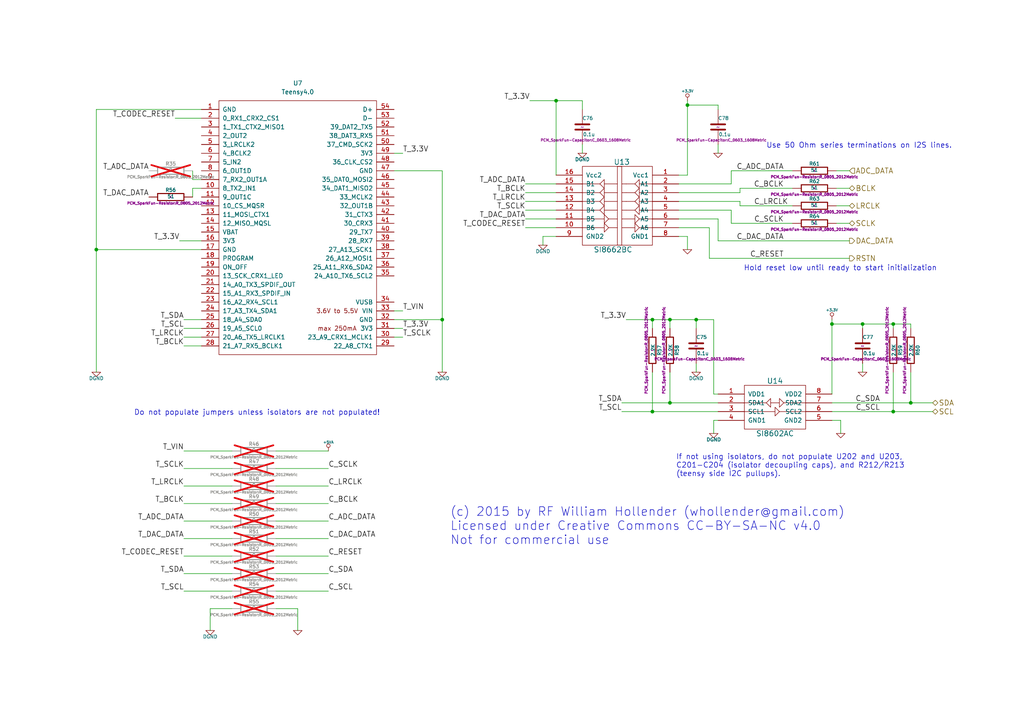
<source format=kicad_sch>
(kicad_sch (version 20250114) (generator "eeschema") (generator_version "9.0")
  (paper "A4")
  (title_block (title "24 bit audio board for Teensy 3.x") (date "10 may 2015") (rev "0.1a") (company "RF William Hollender"))
  (text "Do not populate jumpers unless isolators are not populated!" (at 38.862 120.65 0) (effects (font (size 1.524 1.524)) (justify left bottom)))
  (text "(c) 2015 by RF William Hollender (whollender@gmail.com)\nLicensed under Creative Commons CC-BY-SA-NC v4.0\nNot for commercial use" (at 130.556 158.242 0) (effects (font (size 2.54 2.54)) (justify left bottom)))
  (text "If not using isolators, do not populate U202 and U203,\nC201-C204 (isolator decoupling caps), and R212/R213\n(teensy side I2C pullups)." (at 196.088 138.43 0) (effects (font (size 1.524 1.524)) (justify left bottom)))
  (text "Use 50 Ohm series terminations on I2S lines." (at 222.25 43.18 0) (effects (font (size 1.524 1.524)) (justify left bottom)))
  (text " Hold reset low until ready to start initialization" (at 271.78 78.74 0) (effects (font (size 1.524 1.524)) (justify right bottom)))
  (junction (at 194.31 116.84))
  (junction (at 250.19 93.98))
  (junction (at 201.93 92.71))
  (junction (at 189.23 119.38))
  (junction (at 259.08 119.38))
  (junction (at 128.27 92.71))
  (junction (at 161.29 29.21))
  (junction (at 264.16 116.84))
  (junction (at 27.94 72.39))
  (junction (at 241.3 93.98))
  (junction (at 194.31 92.71))
  (junction (at 189.23 92.71))
  (junction (at 259.08 93.98))
  (junction (at 199.39 30.48))
  (wire (pts (xy 53.34 171.45) (xy 67.31 171.45)))
  (wire (pts (xy 259.08 93.98) (xy 264.16 93.98)))
  (wire (pts (xy 199.39 50.8) (xy 196.85 50.8)))
  (wire (pts (xy 241.3 92.71) (xy 241.3 93.98)))
  (wire (pts (xy 189.23 119.38) (xy 208.28 119.38)))
  (wire (pts (xy 194.31 116.84) (xy 208.28 116.84)))
  (wire (pts (xy 60.96 176.53) (xy 67.31 176.53)))
  (wire (pts (xy 67.31 130.81) (xy 53.34 130.81)))
  (wire (pts (xy 194.31 107.95) (xy 194.31 116.84)))
  (wire (pts (xy 53.34 166.37) (xy 67.31 166.37)))
  (wire (pts (xy 95.25 156.21) (xy 80.01 156.21)))
  (wire (pts (xy 241.3 93.98) (xy 241.3 114.3)))
  (wire (pts (xy 53.34 156.21) (xy 67.31 156.21)))
  (wire (pts (xy 208.28 41.91) (xy 208.28 44.45)))
  (wire (pts (xy 55.88 57.15) (xy 55.88 54.61)))
  (wire (pts (xy 114.3 44.45) (xy 116.84 44.45)))
  (wire (pts (xy 55.88 49.53) (xy 55.88 52.07)))
  (wire (pts (xy 243.84 121.92) (xy 243.84 125.73)))
  (wire (pts (xy 212.09 64.77) (xy 212.09 60.96)))
  (wire (pts (xy 208.28 31.75) (xy 208.28 30.48)))
  (wire (pts (xy 199.39 29.21) (xy 199.39 30.48)))
  (wire (pts (xy 53.34 146.05) (xy 67.31 146.05)))
  (wire (pts (xy 242.57 59.69) (xy 246.38 59.69)))
  (wire (pts (xy 208.28 121.92) (xy 207.01 121.92)))
  (wire (pts (xy 214.63 54.61) (xy 214.63 55.88)))
  (wire (pts (xy 214.63 55.88) (xy 196.85 55.88)))
  (wire (pts (xy 86.36 176.53) (xy 86.36 182.88)))
  (wire (pts (xy 201.93 105.41) (xy 201.93 107.95)))
  (wire (pts (xy 189.23 92.71) (xy 181.61 92.71)))
  (wire (pts (xy 246.38 74.93) (xy 205.74 74.93)))
  (wire (pts (xy 58.42 97.79) (xy 53.34 97.79)))
  (wire (pts (xy 246.38 69.85) (xy 208.28 69.85)))
  (wire (pts (xy 161.29 63.5) (xy 152.4 63.5)))
  (wire (pts (xy 95.25 166.37) (xy 80.01 166.37)))
  (wire (pts (xy 161.29 68.58) (xy 157.48 68.58)))
  (wire (pts (xy 27.94 72.39) (xy 58.42 72.39)))
  (wire (pts (xy 114.3 97.79) (xy 116.84 97.79)))
  (wire (pts (xy 201.93 92.71) (xy 194.31 92.71)))
  (wire (pts (xy 264.16 116.84) (xy 270.51 116.84)))
  (wire (pts (xy 58.42 31.75) (xy 27.94 31.75)))
  (wire (pts (xy 246.38 64.77) (xy 242.57 64.77)))
  (wire (pts (xy 229.87 59.69) (xy 214.63 59.69)))
  (wire (pts (xy 259.08 119.38) (xy 270.51 119.38)))
  (wire (pts (xy 161.29 58.42) (xy 152.4 58.42)))
  (wire (pts (xy 199.39 30.48) (xy 199.39 50.8)))
  (wire (pts (xy 212.09 49.53) (xy 212.09 53.34)))
  (wire (pts (xy 180.34 116.84) (xy 194.31 116.84)))
  (wire (pts (xy 114.3 90.17) (xy 116.84 90.17)))
  (wire (pts (xy 194.31 92.71) (xy 189.23 92.71)))
  (wire (pts (xy 214.63 58.42) (xy 196.85 58.42)))
  (wire (pts (xy 161.29 66.04) (xy 152.4 66.04)))
  (wire (pts (xy 207.01 92.71) (xy 201.93 92.71)))
  (wire (pts (xy 250.19 95.25) (xy 250.19 93.98)))
  (wire (pts (xy 241.3 121.92) (xy 243.84 121.92)))
  (wire (pts (xy 128.27 92.71) (xy 128.27 49.53)))
  (wire (pts (xy 53.34 95.25) (xy 58.42 95.25)))
  (wire (pts (xy 207.01 114.3) (xy 207.01 92.71)))
  (wire (pts (xy 229.87 49.53) (xy 212.09 49.53)))
  (wire (pts (xy 52.07 69.85) (xy 58.42 69.85)))
  (wire (pts (xy 241.3 119.38) (xy 259.08 119.38)))
  (wire (pts (xy 153.67 29.21) (xy 161.29 29.21)))
  (wire (pts (xy 194.31 95.25) (xy 194.31 92.71)))
  (wire (pts (xy 208.28 63.5) (xy 196.85 63.5)))
  (wire (pts (xy 53.34 135.89) (xy 67.31 135.89)))
  (wire (pts (xy 80.01 151.13) (xy 95.25 151.13)))
  (wire (pts (xy 264.16 107.95) (xy 264.16 116.84)))
  (wire (pts (xy 229.87 64.77) (xy 212.09 64.77)))
  (wire (pts (xy 157.48 68.58) (xy 157.48 71.12)))
  (wire (pts (xy 264.16 93.98) (xy 264.16 95.25)))
  (wire (pts (xy 168.91 41.91) (xy 168.91 44.45)))
  (wire (pts (xy 208.28 114.3) (xy 207.01 114.3)))
  (wire (pts (xy 196.85 68.58) (xy 199.39 68.58)))
  (wire (pts (xy 250.19 105.41) (xy 250.19 107.95)))
  (wire (pts (xy 95.25 140.97) (xy 80.01 140.97)))
  (wire (pts (xy 80.01 135.89) (xy 95.25 135.89)))
  (wire (pts (xy 259.08 95.25) (xy 259.08 93.98)))
  (wire (pts (xy 250.19 93.98) (xy 259.08 93.98)))
  (wire (pts (xy 161.29 60.96) (xy 152.4 60.96)))
  (wire (pts (xy 212.09 53.34) (xy 196.85 53.34)))
  (wire (pts (xy 55.88 54.61) (xy 58.42 54.61)))
  (wire (pts (xy 128.27 107.95) (xy 128.27 92.71)))
  (wire (pts (xy 205.74 66.04) (xy 196.85 66.04)))
  (wire (pts (xy 114.3 95.25) (xy 116.84 95.25)))
  (wire (pts (xy 201.93 92.71) (xy 201.93 95.25)))
  (wire (pts (xy 58.42 100.33) (xy 53.34 100.33)))
  (wire (pts (xy 241.3 116.84) (xy 264.16 116.84)))
  (wire (pts (xy 161.29 55.88) (xy 152.4 55.88)))
  (wire (pts (xy 53.34 151.13) (xy 67.31 151.13)))
  (wire (pts (xy 208.28 69.85) (xy 208.28 63.5)))
  (wire (pts (xy 27.94 107.95) (xy 27.94 72.39)))
  (wire (pts (xy 207.01 121.92) (xy 207.01 125.73)))
  (wire (pts (xy 128.27 92.71) (xy 114.3 92.71)))
  (wire (pts (xy 53.34 92.71) (xy 58.42 92.71)))
  (wire (pts (xy 80.01 130.81) (xy 95.25 130.81)))
  (wire (pts (xy 205.74 74.93) (xy 205.74 66.04)))
  (wire (pts (xy 168.91 29.21) (xy 168.91 31.75)))
  (wire (pts (xy 161.29 53.34) (xy 152.4 53.34)))
  (wire (pts (xy 53.34 140.97) (xy 67.31 140.97)))
  (wire (pts (xy 55.88 52.07) (xy 58.42 52.07)))
  (wire (pts (xy 53.34 161.29) (xy 67.31 161.29)))
  (wire (pts (xy 180.34 119.38) (xy 189.23 119.38)))
  (wire (pts (xy 60.96 182.88) (xy 60.96 176.53)))
  (wire (pts (xy 128.27 49.53) (xy 114.3 49.53)))
  (wire (pts (xy 80.01 171.45) (xy 95.25 171.45)))
  (wire (pts (xy 208.28 30.48) (xy 199.39 30.48)))
  (wire (pts (xy 27.94 31.75) (xy 27.94 72.39)))
  (wire (pts (xy 80.01 176.53) (xy 86.36 176.53)))
  (wire (pts (xy 161.29 29.21) (xy 168.91 29.21)))
  (wire (pts (xy 242.57 49.53) (xy 246.38 49.53)))
  (wire (pts (xy 80.01 161.29) (xy 95.25 161.29)))
  (wire (pts (xy 199.39 68.58) (xy 199.39 72.39)))
  (wire (pts (xy 214.63 54.61) (xy 229.87 54.61)))
  (wire (pts (xy 214.63 59.69) (xy 214.63 58.42)))
  (wire (pts (xy 212.09 60.96) (xy 196.85 60.96)))
  (wire (pts (xy 161.29 29.21) (xy 161.29 50.8)))
  (wire (pts (xy 80.01 146.05) (xy 95.25 146.05)))
  (wire (pts (xy 50.8 34.29) (xy 58.42 34.29)))
  (wire (pts (xy 189.23 107.95) (xy 189.23 119.38)))
  (wire (pts (xy 241.3 93.98) (xy 250.19 93.98)))
  (wire (pts (xy 189.23 92.71) (xy 189.23 95.25)))
  (wire (pts (xy 259.08 107.95) (xy 259.08 119.38)))
  (wire (pts (xy 242.57 54.61) (xy 246.38 54.61)))
  (label "T_LRCLK" (at 53.34 140.97 180) (effects (font (size 1.524 1.524))))
  (label "T_BCLK" (at 53.34 100.33 180) (effects (font (size 1.524 1.524))))
  (label "T_DAC_DATA" (at 53.34 156.21 180) (effects (font (size 1.524 1.524))))
  (label "T_SCLK" (at 152.4 60.96 180) (effects (font (size 1.524 1.524))))
  (label "T_ADC_DATA" (at 43.18 49.53 180) (effects (font (size 1.524 1.524))))
  (label "T_LRCLK" (at 152.4 58.42 180) (effects (font (size 1.524 1.524))))
  (label "C_SDA" (at 255.27 116.84 180) (effects (font (size 1.524 1.524))))
  (label "T_3.3V" (at 116.84 44.45 0) (effects (font (size 1.524 1.524))))
  (label "T_BCLK" (at 152.4 55.88 180) (effects (font (size 1.524 1.524))))
  (label "T_CODEC_RESET" (at 53.34 161.29 180) (effects (font (size 1.524 1.524))))
  (label "T_3.3V" (at 116.84 95.25 0) (effects (font (size 1.524 1.524))))
  (label "T_3.3V" (at 153.67 29.21 180) (effects (font (size 1.524 1.524))))
  (label "T_SDA" (at 180.34 116.84 180) (effects (font (size 1.524 1.524))))
  (label "T_ADC_DATA" (at 152.4 53.34 180) (effects (font (size 1.524 1.524))))
  (label "C_LRCLK" (at 228.6 59.69 180) (effects (font (size 1.524 1.524))))
  (label "T_DAC_DATA" (at 152.4 63.5 180) (effects (font (size 1.524 1.524))))
  (label "C_DAC_DATA" (at 227.33 69.85 180) (effects (font (size 1.524 1.524))))
  (label "T_SCL" (at 180.34 119.38 180) (effects (font (size 1.524 1.524))))
  (label "T_ADC_DATA" (at 53.34 151.13 180) (effects (font (size 1.524 1.524))))
  (label "C_SCL" (at 95.25 171.45 0) (effects (font (size 1.524 1.524))))
  (label "C_BCLK" (at 95.25 146.05 0) (effects (font (size 1.524 1.524))))
  (label "C_ADC_DATA" (at 95.25 151.13 0) (effects (font (size 1.524 1.524))))
  (label "T_SCLK" (at 116.84 97.79 0) (effects (font (size 1.524 1.524))))
  (label "C_SDA" (at 95.25 166.37 0) (effects (font (size 1.524 1.524))))
  (label "T_SCL" (at 53.34 95.25 180) (effects (font (size 1.524 1.524))))
  (label "T_CODEC_RESET" (at 50.8 34.29 180) (effects (font (size 1.524 1.524))))
  (label "T_VIN" (at 116.84 90.17 0) (effects (font (size 1.524 1.524))))
  (label "C_RESET" (at 95.25 161.29 0) (effects (font (size 1.524 1.524))))
  (label "T_3.3V" (at 181.61 92.71 180) (effects (font (size 1.524 1.524))))
  (label "C_RESET" (at 227.33 74.93 180) (effects (font (size 1.524 1.524))))
  (label "C_SCL" (at 255.27 119.38 180) (effects (font (size 1.524 1.524))))
  (label "T_VIN" (at 53.34 130.81 180) (effects (font (size 1.524 1.524))))
  (label "T_BCLK" (at 53.34 146.05 180) (effects (font (size 1.524 1.524))))
  (label "C_SCLK" (at 95.25 135.89 0) (effects (font (size 1.524 1.524))))
  (label "C_ADC_DATA" (at 227.33 49.53 180) (effects (font (size 1.524 1.524))))
  (label "T_3.3V" (at 52.07 69.85 180) (effects (font (size 1.524 1.524))))
  (label "C_DAC_DATA" (at 95.25 156.21 0) (effects (font (size 1.524 1.524))))
  (label "T_CODEC_RESET" (at 152.4 66.04 180) (effects (font (size 1.524 1.524))))
  (label "C_BCLK" (at 227.33 54.61 180) (effects (font (size 1.524 1.524))))
  (label "T_SCLK" (at 53.34 135.89 180) (effects (font (size 1.524 1.524))))
  (label "C_SCLK" (at 227.33 64.77 180) (effects (font (size 1.524 1.524))))
  (label "T_DAC_DATA" (at 43.18 57.15 180) (effects (font (size 1.524 1.524))))
  (label "C_LRCLK" (at 95.25 140.97 0) (effects (font (size 1.524 1.524))))
  (label "T_LRCLK" (at 53.34 97.79 180) (effects (font (size 1.524 1.524))))
  (label "T_SCL" (at 53.34 171.45 180) (effects (font (size 1.524 1.524))))
  (label "T_SDA" (at 53.34 166.37 180) (effects (font (size 1.524 1.524))))
  (label "T_SDA" (at 53.34 92.71 180) (effects (font (size 1.524 1.524))))
  (hierarchical_label "SCLK" (shape bidirectional) (at 246.38 64.77 0) (effects (font (size 1.524 1.524))))
  (hierarchical_label "DAC_DATA" (shape output) (at 246.38 69.85 0) (effects (font (size 1.524 1.524))))
  (hierarchical_label "ADC_DATA" (shape input) (at 246.38 49.53 0) (effects (font (size 1.524 1.524))))
  (hierarchical_label "SDA" (shape bidirectional) (at 270.51 116.84 0) (effects (font (size 1.524 1.524))))
  (hierarchical_label "SCL" (shape bidirectional) (at 270.51 119.38 0) (effects (font (size 1.524 1.524))))
  (hierarchical_label "RSTN" (shape output) (at 246.38 74.93 0) (effects (font (size 1.524 1.524))))
  (hierarchical_label "BCLK" (shape bidirectional) (at 246.38 54.61 0) (effects (font (size 1.524 1.524))))
  (hierarchical_label "LRCLK" (shape bidirectional) (at 246.38 59.69 0) (effects (font (size 1.524 1.524))))
  (symbol (lib_name "R_24") (lib_id "SuperAudioBoard-rescue:R") (at 236.22 64.77 90) (unit 1)
    (property "Reference" "R64" (at 236.22 62.738 90) (effects (font (size 1.016 1.016))))
    (property "Value" "51" (at 236.1946 64.5922 90) (effects (font (size 1.016 1.016))))
    (property "Footprint" "PCM_SparkFun-Resistor:R_0805_2012Metric" (at 236.22 66.548 90) (effects (font (size 0.762 0.762))))
    (property "Datasheet" "~" (at 236.22 64.77 0) (effects (font (size 0.762 0.762))))
    (property "MFG 1 Name" "Vishay Dale" (effects (hide yes)))
    (property "MFG1 PN" "CRCW080551R0JNEA" (effects (hide yes)))
    (property "MFG 2 Name" "Yageo" (effects (hide yes)))
    (property "MFG 2 PN" "RC0805JR-0751RL" (effects (hide yes)))
    (property "MFG 3 Name" "Bourns" (effects (hide yes)))
    (property "MFG 3 PN" "CR0805-JW-510ELF" (effects (hide yes)))
    (property "MPN" "RC0805FR-0751RL" (effects (hide yes)))
  )
  (symbol (lib_name "R_26") (lib_id "SuperAudioBoard-rescue:R") (at 189.23 101.6 0) (unit 1)
    (property "Reference" "R57" (at 191.262 101.6 90) (effects (font (size 1.016 1.016))))
    (property "Value" "2.2K" (at 189.4078 101.5746 90) (effects (font (size 1.016 1.016))))
    (property "Footprint" "PCM_SparkFun-Resistor:R_0805_2012Metric" (at 187.452 101.6 90) (effects (font (size 0.762 0.762))))
    (property "Datasheet" "~" (at 189.23 101.6 0) (effects (font (size 0.762 0.762))))
    (property "MFG 1 Name" "Yageo" (effects (hide yes)))
    (property "MFG1 PN" "RC0805JR-072K2L" (effects (hide yes)))
    (property "MFG 2 Name" "Vishay Dale" (effects (hide yes)))
    (property "MFG 2 PN" "CRCW08052K20JNEA" (effects (hide yes)))
    (property "MFG 3 Name" "Bourns" (effects (hide yes)))
    (property "MFG 3 PN" "CR0805-JW-222ELF" (effects (hide yes)))
    (property "MPN" "RC0805FR-072K2L" (effects (hide yes)))
  )
  (symbol (lib_name "R_25") (lib_id "SuperAudioBoard-rescue:R") (at 236.22 59.69 90) (unit 1)
    (property "Reference" "R63" (at 236.22 57.658 90) (effects (font (size 1.016 1.016))))
    (property "Value" "51" (at 236.1946 59.5122 90) (effects (font (size 1.016 1.016))))
    (property "Footprint" "PCM_SparkFun-Resistor:R_0805_2012Metric" (at 236.22 61.468 90) (effects (font (size 0.762 0.762))))
    (property "Datasheet" "~" (at 236.22 59.69 0) (effects (font (size 0.762 0.762))))
    (property "MFG 1 Name" "Vishay Dale" (effects (hide yes)))
    (property "MFG1 PN" "CRCW080551R0JNEA" (effects (hide yes)))
    (property "MFG 2 Name" "Yageo" (effects (hide yes)))
    (property "MFG 2 PN" "RC0805JR-0751RL" (effects (hide yes)))
    (property "MFG 3 Name" "Bourns" (effects (hide yes)))
    (property "MFG 3 PN" "CR0805-JW-510ELF" (effects (hide yes)))
    (property "MPN" "RC0805FR-0751RL" (effects (hide yes)))
  )
  (symbol (lib_name "R_21") (lib_id "SuperAudioBoard-rescue:R") (at 236.22 54.61 90) (unit 1)
    (property "Reference" "R62" (at 236.22 52.578 90) (effects (font (size 1.016 1.016))))
    (property "Value" "51" (at 236.1946 54.4322 90) (effects (font (size 1.016 1.016))))
    (property "Footprint" "PCM_SparkFun-Resistor:R_0805_2012Metric" (at 236.22 56.388 90) (effects (font (size 0.762 0.762))))
    (property "Datasheet" "~" (at 236.22 54.61 0) (effects (font (size 0.762 0.762))))
    (property "MFG 1 Name" "Vishay Dale" (effects (hide yes)))
    (property "MFG1 PN" "CRCW080551R0JNEA" (effects (hide yes)))
    (property "MFG 2 Name" "Yageo" (effects (hide yes)))
    (property "MFG 2 PN" "RC0805JR-0751RL" (effects (hide yes)))
    (property "MFG 3 Name" "Bourns" (effects (hide yes)))
    (property "MFG 3 PN" "CR0805-JW-510ELF" (effects (hide yes)))
    (property "MPN" "RC0805FR-0751RL" (effects (hide yes)))
  )
  (symbol (lib_name "R_20") (lib_id "SuperAudioBoard-rescue:R") (at 236.22 49.53 90) (unit 1)
    (property "Reference" "R61" (at 236.22 47.498 90) (effects (font (size 1.016 1.016))))
    (property "Value" "51" (at 236.1946 49.3522 90) (effects (font (size 1.016 1.016))))
    (property "Footprint" "PCM_SparkFun-Resistor:R_0805_2012Metric" (at 236.22 51.308 90) (effects (font (size 0.762 0.762))))
    (property "Datasheet" "~" (at 236.22 49.53 0) (effects (font (size 0.762 0.762))))
    (property "MFG 1 Name" "Vishay Dale" (effects (hide yes)))
    (property "MFG1 PN" "CRCW080551R0JNEA" (effects (hide yes)))
    (property "MFG 2 Name" "Yageo" (effects (hide yes)))
    (property "MFG 2 PN" "RC0805JR-0751RL" (effects (hide yes)))
    (property "MFG 3 Name" "Bourns" (effects (hide yes)))
    (property "MFG 3 PN" "CR0805-JW-510ELF" (effects (hide yes)))
    (property "MPN" "RC0805FR-0751RL" (effects (hide yes)))
  )
  (symbol (lib_name "R_28") (lib_id "SuperAudioBoard-rescue:R") (at 49.53 57.15 270) (mirror x) (unit 1)
    (property "Reference" "R56" (at 49.53 55.118 90) (effects (font (size 1.016 1.016))))
    (property "Value" "51" (at 49.5554 56.9722 90) (effects (font (size 1.016 1.016))))
    (property "Footprint" "PCM_SparkFun-Resistor:R_0805_2012Metric" (at 49.53 58.928 90) (effects (font (size 0.762 0.762))))
    (property "Datasheet" "~" (at 49.53 57.15 0) (effects (font (size 0.762 0.762))))
    (property "MFG 1 Name" "Vishay Dale" (effects (hide yes)))
    (property "MFG1 PN" "CRCW080551R0JNEA" (effects (hide yes)))
    (property "MFG 2 Name" "Yageo" (effects (hide yes)))
    (property "MFG 2 PN" "RC0805JR-0751RL" (effects (hide yes)))
    (property "MFG 3 Name" "Bourns" (effects (hide yes)))
    (property "MFG 3 PN" "CR0805-JW-510ELF" (effects (hide yes)))
    (property "MPN" "RC0805FR-0751RL" (effects (hide yes)))
  )
  (symbol (lib_name "R_27") (lib_id "SuperAudioBoard-rescue:R") (at 194.31 101.6 0) (unit 1)
    (property "Reference" "R58" (at 196.342 101.6 90) (effects (font (size 1.016 1.016))))
    (property "Value" "2.2K" (at 194.4878 101.5746 90) (effects (font (size 1.016 1.016))))
    (property "Footprint" "PCM_SparkFun-Resistor:R_0805_2012Metric" (at 192.532 101.6 90) (effects (font (size 0.762 0.762))))
    (property "Datasheet" "~" (at 194.31 101.6 0) (effects (font (size 0.762 0.762))))
    (property "MFG 1 Name" "Yageo" (effects (hide yes)))
    (property "MFG1 PN" "RC0805JR-072K2L" (effects (hide yes)))
    (property "MFG 2 Name" "Vishay Dale" (effects (hide yes)))
    (property "MFG 2 PN" "CRCW08052K20JNEA" (effects (hide yes)))
    (property "MFG 3 Name" "Bourns" (effects (hide yes)))
    (property "MFG 3 PN" "CR0805-JW-222ELF" (effects (hide yes)))
    (property "MPN" "RC0805FR-072K2L" (effects (hide yes)))
  )
  (symbol (lib_name "SI8662BC_2") (lib_id "SuperAudioBoard-rescue:SI8662BC") (at 179.07 59.69 0) (mirror y) (unit 1)
    (property "Reference" "U13" (at 180.34 46.99 0) (effects (font (size 1.524 1.524))))
    (property "Value" "SI8662BC" (at 177.8 72.39 0) (effects (font (size 1.524 1.524))))
    (property "Footprint" "Package_SO:SOIC-16W_7.5x10.3mm_P1.27mm" (effects (hide yes)))
    (property "MFG 1 Name" "Silicon Labs" (effects (hide yes)))
    (property "MFG1 PN" "SI8662BC" (effects (hide yes)))
    (property "MPN" "SI8662BC" (effects (hide yes)))
  )
  (symbol (lib_name "GND_10") (lib_id "SuperAudioBoard-rescue:GND") (at 199.39 72.39 0) (unit 1)
    (property "Reference" "#PWR089" (effects (hide yes)))
    (property "Value" "GND" (effects (hide yes)))
  )
  (symbol (lib_name "SI8602AC_2") (lib_id "SuperAudioBoard-rescue:SI8602AC") (at 227.33 128.27 0) (unit 1)
    (property "Reference" "U14" (at 224.79 110.49 0) (effects (font (size 1.524 1.524))))
    (property "Value" "SI8602AC" (at 224.79 125.73 0) (effects (font (size 1.524 1.524))))
    (property "Footprint" "Package_SO:SOIC-8_3.9x4.9mm_P1.27mm" (effects (hide yes)))
    (property "MFG 1 Name" "Silicon Labs" (effects (hide yes)))
    (property "MFG1 PN" "SI8602AC" (effects (hide yes)))
    (property "MPN" "SI8602AC" (effects (hide yes)))
  )
  (symbol (lib_name "GND_7") (lib_id "SuperAudioBoard-rescue:GND") (at 243.84 125.73 0) (unit 1)
    (property "Reference" "#PWR087" (effects (hide yes)))
    (property "Value" "GND" (effects (hide yes)))
  )
  (symbol (lib_name "+3.3V_4") (lib_id "SuperAudioBoard-rescue:+3.3V") (at 199.39 29.21 0) (unit 1)
    (property "Reference" "#PWR088" (effects (hide yes)))
    (property "Value" "+3.3V" (at 199.39 26.416 0) (effects (font (size 0.762 0.762))))
  )
  (symbol (lib_name "GND_9") (lib_id "SuperAudioBoard-rescue:GND") (at 208.28 44.45 0) (unit 1)
    (property "Reference" "#PWR091" (effects (hide yes)))
    (property "Value" "GND" (effects (hide yes)))
  )
  (symbol (lib_name "+3.3V_3") (lib_id "SuperAudioBoard-rescue:+3.3V") (at 241.3 92.71 0) (unit 1)
    (property "Reference" "#PWR086" (effects (hide yes)))
    (property "Value" "+3.3V" (at 241.3 89.916 0) (effects (font (size 0.762 0.762))))
  )
  (symbol (lib_name "GND_8") (lib_id "SuperAudioBoard-rescue:GND") (at 250.19 107.95 0) (unit 1)
    (property "Reference" "#PWR090" (effects (hide yes)))
    (property "Value" "GND" (effects (hide yes)))
  )
  (symbol (lib_name "R_23") (lib_id "SuperAudioBoard-rescue:R") (at 259.08 101.6 0) (unit 1)
    (property "Reference" "R59" (at 261.112 101.6 90) (effects (font (size 1.016 1.016))))
    (property "Value" "2.2K" (at 259.2578 101.5746 90) (effects (font (size 1.016 1.016))))
    (property "Footprint" "PCM_SparkFun-Resistor:R_0805_2012Metric" (at 257.302 101.6 90) (effects (font (size 0.762 0.762))))
    (property "Datasheet" "~" (at 259.08 101.6 0) (effects (font (size 0.762 0.762))))
    (property "MFG 1 Name" "Yageo" (effects (hide yes)))
    (property "MFG1 PN" "RC0805JR-072K2L" (effects (hide yes)))
    (property "MFG 2 Name" "Vishay Dale" (effects (hide yes)))
    (property "MFG 2 PN" "CRCW08052K20JNEA" (effects (hide yes)))
    (property "MFG 3 Name" "Bourns" (effects (hide yes)))
    (property "MFG 3 PN" "CR0805-JW-222ELF" (effects (hide yes)))
    (property "MPN" "RC0805FR-072K2L" (effects (hide yes)))
  )
  (symbol (lib_name "R_22") (lib_id "SuperAudioBoard-rescue:R") (at 264.16 101.6 0) (unit 1)
    (property "Reference" "R60" (at 266.192 101.6 90) (effects (font (size 1.016 1.016))))
    (property "Value" "2.2K" (at 264.3378 101.5746 90) (effects (font (size 1.016 1.016))))
    (property "Footprint" "PCM_SparkFun-Resistor:R_0805_2012Metric" (at 262.382 101.6 90) (effects (font (size 0.762 0.762))))
    (property "Datasheet" "~" (at 264.16 101.6 0) (effects (font (size 0.762 0.762))))
    (property "MFG 1 Name" "Yageo" (effects (hide yes)))
    (property "MFG1 PN" "RC0805JR-072K2L" (effects (hide yes)))
    (property "MFG 2 Name" "Vishay Dale" (effects (hide yes)))
    (property "MFG 2 PN" "CRCW08052K20JNEA" (effects (hide yes)))
    (property "MFG 3 Name" "Bourns" (effects (hide yes)))
    (property "MFG 3 PN" "CR0805-JW-222ELF" (effects (hide yes)))
    (property "MPN" "RC0805FR-072K2L" (effects (hide yes)))
  )
  (symbol (lib_name "DGND_9") (lib_id "SuperAudioBoard-rescue:DGND") (at 207.01 125.73 0) (unit 1)
    (property "Reference" "#PWR084" (effects (hide yes)))
    (property "Value" "DGND" (at 207.01 127.508 0) (effects (font (size 1.016 1.016))))
  )
  (symbol (lib_name "DGND_10") (lib_id "SuperAudioBoard-rescue:DGND") (at 157.48 71.12 0) (unit 1)
    (property "Reference" "#PWR083" (effects (hide yes)))
    (property "Value" "DGND" (at 157.48 72.898 0) (effects (font (size 1.016 1.016))))
  )
  (symbol (lib_name "DGND_12") (lib_id "SuperAudioBoard-rescue:DGND") (at 60.96 182.88 0) (unit 1)
    (property "Reference" "#PWR080" (effects (hide yes)))
    (property "Value" "DGND" (at 60.96 184.658 0) (effects (font (size 1.016 1.016))))
  )
  (symbol (lib_name "GND_6") (lib_id "SuperAudioBoard-rescue:GND") (at 86.36 182.88 0) (unit 1)
    (property "Reference" "#PWR081" (effects (hide yes)))
    (property "Value" "GND" (effects (hide yes)))
  )
  (symbol (lib_name "R_35") (lib_id "SuperAudioBoard-rescue:R") (at 73.66 176.53 90) (unit 1) (dnp yes)
    (property "Reference" "R55" (at 73.66 174.498 90) (effects (font (size 1.016 1.016))))
    (property "Value" "0" (at 73.6346 176.3522 90) (effects (font (size 1.016 1.016))))
    (property "Footprint" "PCM_SparkFun-Resistor:R_0805_2012Metric" (at 73.66 178.308 90) (effects (font (size 0.762 0.762))))
    (property "Datasheet" "~" (at 73.66 176.53 0) (effects (font (size 0.762 0.762))))
    (property "MFG 1 Name" "Yageo" (effects (hide yes)))
    (property "MFG1 PN" "RC0805JR-070RL" (effects (hide yes)))
    (property "MFG 2 Name" "Vishay Dale" (effects (hide yes)))
    (property "MFG 2 PN" "CRCW08050000Z0EA" (effects (hide yes)))
    (property "MFG 3 Name" "Rohm" (effects (hide yes)))
    (property "MFG 3 PN" "MCR10EZPJ000" (effects (hide yes)))
  )
  (symbol (lib_name "DGND_11") (lib_id "SuperAudioBoard-rescue:DGND") (at 168.91 44.45 0) (unit 1)
    (property "Reference" "#PWR085" (effects (hide yes)))
    (property "Value" "DGND" (at 168.91 46.228 0) (effects (font (size 1.016 1.016))))
  )
  (symbol (lib_name "C_5") (lib_id "SuperAudioBoard-rescue:C") (at 201.93 100.33 0) (unit 1)
    (property "Reference" "C75" (at 201.93 97.79 0) (effects (font (size 1.016 1.016)) (justify left)))
    (property "Value" "0.1u" (at 202.0824 102.489 0) (effects (font (size 1.016 1.016)) (justify left)))
    (property "Footprint" "PCM_SparkFun-Capacitor:C_0603_1608Metric" (at 202.8952 104.14 0) (effects (font (size 0.762 0.762))))
    (property "Datasheet" "~" (at 201.93 100.33 0) (effects (font (size 1.524 1.524))))
    (property "MFG 1 Name" "Murata" (effects (hide yes)))
    (property "MFG1 PN" "GRM188R71E104KA01" (effects (hide yes)))
    (property "MFG 2 Name" "TDK" (effects (hide yes)))
    (property "MFG 2 PN" "C1608X7R1E104K080AA" (effects (hide yes)))
    (property "MPN" "CL10B104KB8NNNL" (effects (hide yes)))
  )
  (symbol (lib_name "C_6") (lib_id "SuperAudioBoard-rescue:C") (at 250.19 100.33 0) (unit 1)
    (property "Reference" "C77" (at 250.19 97.79 0) (effects (font (size 1.016 1.016)) (justify left)))
    (property "Value" "0.1u" (at 250.3424 102.489 0) (effects (font (size 1.016 1.016)) (justify left)))
    (property "Footprint" "PCM_SparkFun-Capacitor:C_0603_1608Metric" (at 251.1552 104.14 0) (effects (font (size 0.762 0.762))))
    (property "Datasheet" "~" (at 250.19 100.33 0) (effects (font (size 1.524 1.524))))
    (property "MFG 1 Name" "Murata" (effects (hide yes)))
    (property "MFG1 PN" "GRM188R71E104KA01" (effects (hide yes)))
    (property "MFG 2 Name" "TDK" (effects (hide yes)))
    (property "MFG 2 PN" "C1608X7R1E104K080AA" (effects (hide yes)))
    (property "MPN" "CL10B104KB8NNNL" (effects (hide yes)))
  )
  (symbol (lib_name "C_7") (lib_id "SuperAudioBoard-rescue:C") (at 208.28 36.83 0) (unit 1)
    (property "Reference" "C78" (at 208.28 34.29 0) (effects (font (size 1.016 1.016)) (justify left)))
    (property "Value" "0.1u" (at 208.4324 38.989 0) (effects (font (size 1.016 1.016)) (justify left)))
    (property "Footprint" "PCM_SparkFun-Capacitor:C_0603_1608Metric" (at 209.2452 40.64 0) (effects (font (size 0.762 0.762))))
    (property "Datasheet" "~" (at 208.28 36.83 0) (effects (font (size 1.524 1.524))))
    (property "MFG 1 Name" "Murata" (effects (hide yes)))
    (property "MFG1 PN" "GRM188R71E104KA01" (effects (hide yes)))
    (property "MFG 2 Name" "TDK" (effects (hide yes)))
    (property "MFG 2 PN" "C1608X7R1E104K080AA" (effects (hide yes)))
    (property "MPN" "CL10B104KB8NNNL" (effects (hide yes)))
  )
  (symbol (lib_name "C_8") (lib_id "SuperAudioBoard-rescue:C") (at 168.91 36.83 0) (unit 1)
    (property "Reference" "C76" (at 168.91 34.29 0) (effects (font (size 1.016 1.016)) (justify left)))
    (property "Value" "0.1u" (at 169.0624 38.989 0) (effects (font (size 1.016 1.016)) (justify left)))
    (property "Footprint" "PCM_SparkFun-Capacitor:C_0603_1608Metric" (at 169.8752 40.64 0) (effects (font (size 0.762 0.762))))
    (property "Datasheet" "~" (at 168.91 36.83 0) (effects (font (size 1.524 1.524))))
    (property "MFG 1 Name" "Murata" (effects (hide yes)))
    (property "MFG1 PN" "GRM188R71E104KA01" (effects (hide yes)))
    (property "MFG 2 Name" "TDK" (effects (hide yes)))
    (property "MFG 2 PN" "C1608X7R1E104K080AA" (effects (hide yes)))
    (property "MPN" "CL10B104KB8NNNL" (effects (hide yes)))
  )
  (symbol (lib_name "R_36") (lib_id "SuperAudioBoard-rescue:R") (at 73.66 171.45 90) (unit 1) (dnp yes)
    (property "Reference" "R54" (at 73.66 169.418 90) (effects (font (size 1.016 1.016))))
    (property "Value" "0" (at 73.6346 171.2722 90) (effects (font (size 1.016 1.016))))
    (property "Footprint" "PCM_SparkFun-Resistor:R_0805_2012Metric" (at 73.66 173.228 90) (effects (font (size 0.762 0.762))))
    (property "Datasheet" "~" (at 73.66 171.45 0) (effects (font (size 0.762 0.762))))
    (property "MFG 1 Name" "Yageo" (effects (hide yes)))
    (property "MFG1 PN" "RC0805JR-070RL" (effects (hide yes)))
    (property "MFG 2 Name" "Vishay Dale" (effects (hide yes)))
    (property "MFG 2 PN" "CRCW08050000Z0EA" (effects (hide yes)))
    (property "MFG 3 Name" "Rohm" (effects (hide yes)))
    (property "MFG 3 PN" "MCR10EZPJ000" (effects (hide yes)))
  )
  (symbol (lib_name "R_37") (lib_id "SuperAudioBoard-rescue:R") (at 73.66 166.37 90) (unit 1) (dnp yes)
    (property "Reference" "R53" (at 73.66 164.338 90) (effects (font (size 1.016 1.016))))
    (property "Value" "0" (at 73.6346 166.1922 90) (effects (font (size 1.016 1.016))))
    (property "Footprint" "PCM_SparkFun-Resistor:R_0805_2012Metric" (at 73.66 168.148 90) (effects (font (size 0.762 0.762))))
    (property "Datasheet" "~" (at 73.66 166.37 0) (effects (font (size 0.762 0.762))))
    (property "MFG 1 Name" "Yageo" (effects (hide yes)))
    (property "MFG1 PN" "RC0805JR-070RL" (effects (hide yes)))
    (property "MFG 2 Name" "Vishay Dale" (effects (hide yes)))
    (property "MFG 2 PN" "CRCW08050000Z0EA" (effects (hide yes)))
    (property "MFG 3 Name" "Rohm" (effects (hide yes)))
    (property "MFG 3 PN" "MCR10EZPJ000" (effects (hide yes)))
  )
  (symbol (lib_name "R_38") (lib_id "SuperAudioBoard-rescue:R") (at 73.66 161.29 90) (unit 1) (dnp yes)
    (property "Reference" "R52" (at 73.66 159.258 90) (effects (font (size 1.016 1.016))))
    (property "Value" "0" (at 73.6346 161.1122 90) (effects (font (size 1.016 1.016))))
    (property "Footprint" "PCM_SparkFun-Resistor:R_0805_2012Metric" (at 73.66 163.068 90) (effects (font (size 0.762 0.762))))
    (property "Datasheet" "~" (at 73.66 161.29 0) (effects (font (size 0.762 0.762))))
    (property "MFG 1 Name" "Yageo" (effects (hide yes)))
    (property "MFG1 PN" "RC0805JR-070RL" (effects (hide yes)))
    (property "MFG 2 Name" "Vishay Dale" (effects (hide yes)))
    (property "MFG 2 PN" "CRCW08050000Z0EA" (effects (hide yes)))
    (property "MFG 3 Name" "Rohm" (effects (hide yes)))
    (property "MFG 3 PN" "MCR10EZPJ000" (effects (hide yes)))
  )
  (symbol (lib_name "R_29") (lib_id "SuperAudioBoard-rescue:R") (at 73.66 156.21 90) (unit 1) (dnp yes)
    (property "Reference" "R51" (at 73.66 154.178 90) (effects (font (size 1.016 1.016))))
    (property "Value" "0" (at 73.6346 156.0322 90) (effects (font (size 1.016 1.016))))
    (property "Footprint" "PCM_SparkFun-Resistor:R_0805_2012Metric" (at 73.66 157.988 90) (effects (font (size 0.762 0.762))))
    (property "Datasheet" "~" (at 73.66 156.21 0) (effects (font (size 0.762 0.762))))
    (property "MFG 1 Name" "Yageo" (effects (hide yes)))
    (property "MFG1 PN" "RC0805JR-070RL" (effects (hide yes)))
    (property "MFG 2 Name" "Vishay Dale" (effects (hide yes)))
    (property "MFG 2 PN" "CRCW08050000Z0EA" (effects (hide yes)))
    (property "MFG 3 Name" "Rohm" (effects (hide yes)))
    (property "MFG 3 PN" "MCR10EZPJ000" (effects (hide yes)))
  )
  (symbol (lib_name "R_30") (lib_id "SuperAudioBoard-rescue:R") (at 73.66 151.13 90) (unit 1) (dnp yes)
    (property "Reference" "R50" (at 73.66 149.098 90) (effects (font (size 1.016 1.016))))
    (property "Value" "0" (at 73.6346 150.9522 90) (effects (font (size 1.016 1.016))))
    (property "Footprint" "PCM_SparkFun-Resistor:R_0805_2012Metric" (at 73.66 152.908 90) (effects (font (size 0.762 0.762))))
    (property "Datasheet" "~" (at 73.66 151.13 0) (effects (font (size 0.762 0.762))))
    (property "MFG 1 Name" "Yageo" (effects (hide yes)))
    (property "MFG1 PN" "RC0805JR-070RL" (effects (hide yes)))
    (property "MFG 2 Name" "Vishay Dale" (effects (hide yes)))
    (property "MFG 2 PN" "CRCW08050000Z0EA" (effects (hide yes)))
    (property "MFG 3 Name" "Rohm" (effects (hide yes)))
    (property "MFG 3 PN" "MCR10EZPJ000" (effects (hide yes)))
  )
  (symbol (lib_name "R_31") (lib_id "SuperAudioBoard-rescue:R") (at 73.66 146.05 90) (unit 1) (dnp yes)
    (property "Reference" "R49" (at 73.66 144.018 90) (effects (font (size 1.016 1.016))))
    (property "Value" "0" (at 73.6346 145.8722 90) (effects (font (size 1.016 1.016))))
    (property "Footprint" "PCM_SparkFun-Resistor:R_0805_2012Metric" (at 73.66 147.828 90) (effects (font (size 0.762 0.762))))
    (property "Datasheet" "~" (at 73.66 146.05 0) (effects (font (size 0.762 0.762))))
    (property "MFG 1 Name" "Yageo" (effects (hide yes)))
    (property "MFG1 PN" "RC0805JR-070RL" (effects (hide yes)))
    (property "MFG 2 Name" "Vishay Dale" (effects (hide yes)))
    (property "MFG 2 PN" "CRCW08050000Z0EA" (effects (hide yes)))
    (property "MFG 3 Name" "Rohm" (effects (hide yes)))
    (property "MFG 3 PN" "MCR10EZPJ000" (effects (hide yes)))
  )
  (symbol (lib_name "R_32") (lib_id "SuperAudioBoard-rescue:R") (at 73.66 140.97 90) (unit 1) (dnp yes)
    (property "Reference" "R48" (at 73.66 138.938 90) (effects (font (size 1.016 1.016))))
    (property "Value" "0" (at 73.6346 140.7922 90) (effects (font (size 1.016 1.016))))
    (property "Footprint" "PCM_SparkFun-Resistor:R_0805_2012Metric" (at 73.66 142.748 90) (effects (font (size 0.762 0.762))))
    (property "Datasheet" "~" (at 73.66 140.97 0) (effects (font (size 0.762 0.762))))
    (property "MFG 1 Name" "Yageo" (effects (hide yes)))
    (property "MFG1 PN" "RC0805JR-070RL" (effects (hide yes)))
    (property "MFG 2 Name" "Vishay Dale" (effects (hide yes)))
    (property "MFG 2 PN" "CRCW08050000Z0EA" (effects (hide yes)))
    (property "MFG 3 Name" "Rohm" (effects (hide yes)))
    (property "MFG 3 PN" "MCR10EZPJ000" (effects (hide yes)))
  )
  (symbol (lib_name "R_33") (lib_id "SuperAudioBoard-rescue:R") (at 73.66 135.89 90) (unit 1) (dnp yes)
    (property "Reference" "R47" (at 73.66 133.858 90) (effects (font (size 1.016 1.016))))
    (property "Value" "0" (at 73.6346 135.7122 90) (effects (font (size 1.016 1.016))))
    (property "Footprint" "PCM_SparkFun-Resistor:R_0805_2012Metric" (at 73.66 137.668 90) (effects (font (size 0.762 0.762))))
    (property "Datasheet" "~" (at 73.66 135.89 0) (effects (font (size 0.762 0.762))))
    (property "MFG 1 Name" "Yageo" (effects (hide yes)))
    (property "MFG1 PN" "RC0805JR-070RL" (effects (hide yes)))
    (property "MFG 2 Name" "Vishay Dale" (effects (hide yes)))
    (property "MFG 2 PN" "CRCW08050000Z0EA" (effects (hide yes)))
    (property "MFG 3 Name" "Rohm" (effects (hide yes)))
    (property "MFG 3 PN" "MCR10EZPJ000" (effects (hide yes)))
  )
  (symbol (lib_name "R_34") (lib_id "SuperAudioBoard-rescue:R") (at 73.66 130.81 90) (unit 1) (dnp yes)
    (property "Reference" "R46" (at 73.66 128.778 90) (effects (font (size 1.016 1.016))))
    (property "Value" "0" (at 73.6346 130.6322 90) (effects (font (size 1.016 1.016))))
    (property "Footprint" "PCM_SparkFun-Resistor:R_0805_2012Metric" (at 73.66 132.588 90) (effects (font (size 0.762 0.762))))
    (property "Datasheet" "~" (at 73.66 130.81 0) (effects (font (size 0.762 0.762))))
    (property "MFG 1 Name" "Yageo" (effects (hide yes)))
    (property "MFG1 PN" "RC0805JR-070RL" (effects (hide yes)))
    (property "MFG 2 Name" "Vishay Dale" (effects (hide yes)))
    (property "MFG 2 PN" "CRCW08050000Z0EA" (effects (hide yes)))
    (property "MFG 3 Name" "Rohm" (effects (hide yes)))
    (property "MFG 3 PN" "MCR10EZPJ000" (effects (hide yes)))
  )
  (symbol (lib_name "DGND_8") (lib_id "SuperAudioBoard-rescue:DGND") (at 201.93 107.95 0) (unit 1)
    (property "Reference" "#PWR082" (effects (hide yes)))
    (property "Value" "DGND" (at 201.93 109.728 0) (effects (font (size 1.016 1.016))))
  )
  (symbol (lib_name "DGND_10") (lib_id "SuperAudioBoard-rescue:DGND") (at 128.27 107.95 0) (unit 1)
    (property "Reference" "#PWR017" (effects (hide yes)))
    (property "Value" "DGND" (at 128.27 109.728 0) (effects (font (size 1.016 1.016))))
  )
  (symbol (lib_name "+5VA_2") (lib_id "SuperAudioBoard-rescue:+5VA") (at 95.25 130.81 0) (unit 1)
    (property "Reference" "#PWR069" (effects (hide yes)))
    (property "Value" "+5VA" (at 95.25 128.27 0) (effects (font (size 0.762 0.762))))
  )
  (symbol (lib_name "R_34") (lib_id "SuperAudioBoard-rescue:R") (at 49.53 49.53 90) (unit 1) (dnp yes)
    (property "Reference" "R35" (at 49.53 47.498 90) (effects (font (size 1.016 1.016))))
    (property "Value" "0" (at 49.5046 49.3522 90) (effects (font (size 1.016 1.016))))
    (property "Footprint" "PCM_SparkFun-Resistor:R_0805_2012Metric" (at 49.53 51.308 90) (effects (font (size 0.762 0.762))))
    (property "Datasheet" "~" (at 49.53 49.53 0) (effects (font (size 0.762 0.762))))
    (property "MFG 1 Name" "Yageo" (effects (hide yes)))
    (property "MFG1 PN" "RC0805JR-070RL" (effects (hide yes)))
    (property "MFG 2 Name" "Vishay Dale" (effects (hide yes)))
    (property "MFG 2 PN" "CRCW08050000Z0EA" (effects (hide yes)))
    (property "MFG 3 Name" "Rohm" (effects (hide yes)))
    (property "MFG 3 PN" "MCR10EZPJ000" (effects (hide yes)))
  )
  (symbol (lib_name "DGND_10") (lib_id "SuperAudioBoard-rescue:DGND") (at 27.94 107.95 0) (unit 1)
    (property "Reference" "#PWR068" (effects (hide yes)))
    (property "Value" "DGND" (at 27.94 109.728 0) (effects (font (size 1.016 1.016))))
  )
  (symbol (lib_id "Teensy:Teensy4.0") (at 86.36 66.04 0) (unit 1)
    (property "Reference" "U7" (at 86.36 24.13 0))
    (property "Value" "Teensy4.0" (at 86.36 26.67 0))
    (property "Footprint" "Teensy:Teensy40" (effects (hide yes)))
    (property "MPN" "Teensy4.0" (effects (hide yes)))
  )
)
</source>
